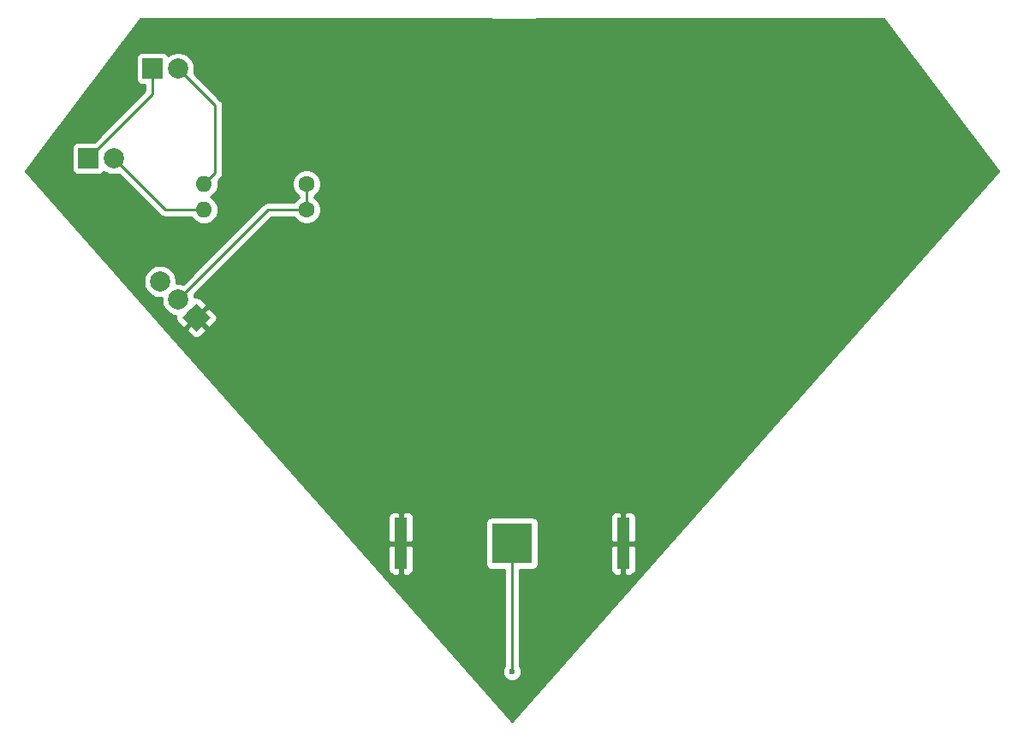
<source format=gtl>
G04 #@! TF.GenerationSoftware,KiCad,Pcbnew,(5.1.2)-1*
G04 #@! TF.CreationDate,2019-06-22T12:29:30-06:00*
G04 #@! TF.ProjectId,superhashtagpcb,73757065-7268-4617-9368-746167706362,rev?*
G04 #@! TF.SameCoordinates,Original*
G04 #@! TF.FileFunction,Copper,L1,Top*
G04 #@! TF.FilePolarity,Positive*
%FSLAX46Y46*%
G04 Gerber Fmt 4.6, Leading zero omitted, Abs format (unit mm)*
G04 Created by KiCad (PCBNEW (5.1.2)-1) date 2019-06-22 12:29:30*
%MOMM*%
%LPD*%
G04 APERTURE LIST*
%ADD10R,1.270000X5.080000*%
%ADD11R,3.960000X3.960000*%
%ADD12R,2.000000X2.000000*%
%ADD13C,2.000000*%
%ADD14C,1.600000*%
%ADD15O,1.600000X1.600000*%
%ADD16C,0.100000*%
%ADD17C,0.600000*%
%ADD18C,0.250000*%
%ADD19C,0.254000*%
G04 APERTURE END LIST*
D10*
X160845000Y-132080000D03*
X138875000Y-132080000D03*
D11*
X149860000Y-132080000D03*
D12*
X114300000Y-85090000D03*
D13*
X116840000Y-85090000D03*
D12*
X107950000Y-93980000D03*
D13*
X110490000Y-93980000D03*
D14*
X129540000Y-96520000D03*
D15*
X119380000Y-96520000D03*
D14*
X129540000Y-99060000D03*
D15*
X119380000Y-99060000D03*
D13*
X115043949Y-106153949D03*
X116840000Y-107950000D03*
X118636051Y-109746051D03*
D16*
G36*
X120050265Y-109746051D02*
G01*
X118636051Y-111160265D01*
X117221837Y-109746051D01*
X118636051Y-108331837D01*
X120050265Y-109746051D01*
X120050265Y-109746051D01*
G37*
D17*
X149860000Y-144780000D03*
D18*
X114300000Y-87630000D02*
X107950000Y-93980000D01*
X114300000Y-85090000D02*
X114300000Y-87630000D01*
X149860000Y-132080000D02*
X149860000Y-144780000D01*
X117839999Y-86089999D02*
X116840000Y-85090000D01*
X120505001Y-88755001D02*
X117839999Y-86089999D01*
X120505001Y-95394999D02*
X120505001Y-88755001D01*
X119380000Y-96520000D02*
X120505001Y-95394999D01*
X115570000Y-99060000D02*
X110490000Y-93980000D01*
X119380000Y-99060000D02*
X115570000Y-99060000D01*
X125730000Y-99060000D02*
X116840000Y-107950000D01*
X129540000Y-99060000D02*
X125730000Y-99060000D01*
X129540000Y-99060000D02*
X129540000Y-96520000D01*
D19*
G36*
X147659065Y-80181828D02*
G01*
X147686671Y-80191863D01*
X147690767Y-80192911D01*
X147694763Y-80194308D01*
X147723349Y-80201247D01*
X147864989Y-80237487D01*
X147895482Y-80245479D01*
X147897452Y-80245793D01*
X147899390Y-80246289D01*
X147930651Y-80251088D01*
X148010513Y-80263824D01*
X148011865Y-80264318D01*
X148077036Y-80274433D01*
X148108941Y-80279521D01*
X148110374Y-80279607D01*
X148111791Y-80279827D01*
X148144072Y-80281630D01*
X148209882Y-80285582D01*
X148211306Y-80285387D01*
X148275102Y-80288951D01*
X148294152Y-80290827D01*
X148308687Y-80290827D01*
X148323186Y-80291637D01*
X148342293Y-80290827D01*
X151658322Y-80290827D01*
X151677429Y-80291637D01*
X151691927Y-80290827D01*
X151706462Y-80290827D01*
X151725513Y-80288951D01*
X151789312Y-80285386D01*
X151790738Y-80285582D01*
X151856526Y-80281631D01*
X151888818Y-80279827D01*
X151890239Y-80279607D01*
X151891679Y-80279520D01*
X151923689Y-80274415D01*
X151988745Y-80264317D01*
X151990098Y-80263823D01*
X152070032Y-80251074D01*
X152101227Y-80246284D01*
X152103156Y-80245790D01*
X152105121Y-80245477D01*
X152135652Y-80237475D01*
X152277333Y-80201218D01*
X152305851Y-80194293D01*
X152309827Y-80192903D01*
X152313921Y-80191855D01*
X152341577Y-80181800D01*
X152469694Y-80137000D01*
X186626500Y-80137000D01*
X197956322Y-95243429D01*
X149860000Y-149668214D01*
X136561579Y-134620000D01*
X137601928Y-134620000D01*
X137614188Y-134744482D01*
X137650498Y-134864180D01*
X137709463Y-134974494D01*
X137788815Y-135071185D01*
X137885506Y-135150537D01*
X137995820Y-135209502D01*
X138115518Y-135245812D01*
X138240000Y-135258072D01*
X138589250Y-135255000D01*
X138748000Y-135096250D01*
X138748000Y-132207000D01*
X139002000Y-132207000D01*
X139002000Y-135096250D01*
X139160750Y-135255000D01*
X139510000Y-135258072D01*
X139634482Y-135245812D01*
X139754180Y-135209502D01*
X139864494Y-135150537D01*
X139961185Y-135071185D01*
X140040537Y-134974494D01*
X140099502Y-134864180D01*
X140135812Y-134744482D01*
X140148072Y-134620000D01*
X140145000Y-132365750D01*
X139986250Y-132207000D01*
X139002000Y-132207000D01*
X138748000Y-132207000D01*
X137763750Y-132207000D01*
X137605000Y-132365750D01*
X137601928Y-134620000D01*
X136561579Y-134620000D01*
X132072277Y-129540000D01*
X137601928Y-129540000D01*
X137605000Y-131794250D01*
X137763750Y-131953000D01*
X138748000Y-131953000D01*
X138748000Y-129063750D01*
X139002000Y-129063750D01*
X139002000Y-131953000D01*
X139986250Y-131953000D01*
X140145000Y-131794250D01*
X140147308Y-130100000D01*
X147241928Y-130100000D01*
X147241928Y-134060000D01*
X147254188Y-134184482D01*
X147290498Y-134304180D01*
X147349463Y-134414494D01*
X147428815Y-134511185D01*
X147525506Y-134590537D01*
X147635820Y-134649502D01*
X147755518Y-134685812D01*
X147880000Y-134698072D01*
X149100000Y-134698072D01*
X149100001Y-144234463D01*
X149031414Y-144337111D01*
X148960932Y-144507271D01*
X148925000Y-144687911D01*
X148925000Y-144872089D01*
X148960932Y-145052729D01*
X149031414Y-145222889D01*
X149133738Y-145376028D01*
X149263972Y-145506262D01*
X149417111Y-145608586D01*
X149587271Y-145679068D01*
X149767911Y-145715000D01*
X149952089Y-145715000D01*
X150132729Y-145679068D01*
X150302889Y-145608586D01*
X150456028Y-145506262D01*
X150586262Y-145376028D01*
X150688586Y-145222889D01*
X150759068Y-145052729D01*
X150795000Y-144872089D01*
X150795000Y-144687911D01*
X150759068Y-144507271D01*
X150688586Y-144337111D01*
X150620000Y-144234465D01*
X150620000Y-134698072D01*
X151840000Y-134698072D01*
X151964482Y-134685812D01*
X152084180Y-134649502D01*
X152139373Y-134620000D01*
X159571928Y-134620000D01*
X159584188Y-134744482D01*
X159620498Y-134864180D01*
X159679463Y-134974494D01*
X159758815Y-135071185D01*
X159855506Y-135150537D01*
X159965820Y-135209502D01*
X160085518Y-135245812D01*
X160210000Y-135258072D01*
X160559250Y-135255000D01*
X160718000Y-135096250D01*
X160718000Y-132207000D01*
X160972000Y-132207000D01*
X160972000Y-135096250D01*
X161130750Y-135255000D01*
X161480000Y-135258072D01*
X161604482Y-135245812D01*
X161724180Y-135209502D01*
X161834494Y-135150537D01*
X161931185Y-135071185D01*
X162010537Y-134974494D01*
X162069502Y-134864180D01*
X162105812Y-134744482D01*
X162118072Y-134620000D01*
X162115000Y-132365750D01*
X161956250Y-132207000D01*
X160972000Y-132207000D01*
X160718000Y-132207000D01*
X159733750Y-132207000D01*
X159575000Y-132365750D01*
X159571928Y-134620000D01*
X152139373Y-134620000D01*
X152194494Y-134590537D01*
X152291185Y-134511185D01*
X152370537Y-134414494D01*
X152429502Y-134304180D01*
X152465812Y-134184482D01*
X152478072Y-134060000D01*
X152478072Y-130100000D01*
X152465812Y-129975518D01*
X152429502Y-129855820D01*
X152370537Y-129745506D01*
X152291185Y-129648815D01*
X152194494Y-129569463D01*
X152139374Y-129540000D01*
X159571928Y-129540000D01*
X159575000Y-131794250D01*
X159733750Y-131953000D01*
X160718000Y-131953000D01*
X160718000Y-129063750D01*
X160972000Y-129063750D01*
X160972000Y-131953000D01*
X161956250Y-131953000D01*
X162115000Y-131794250D01*
X162118072Y-129540000D01*
X162105812Y-129415518D01*
X162069502Y-129295820D01*
X162010537Y-129185506D01*
X161931185Y-129088815D01*
X161834494Y-129009463D01*
X161724180Y-128950498D01*
X161604482Y-128914188D01*
X161480000Y-128901928D01*
X161130750Y-128905000D01*
X160972000Y-129063750D01*
X160718000Y-129063750D01*
X160559250Y-128905000D01*
X160210000Y-128901928D01*
X160085518Y-128914188D01*
X159965820Y-128950498D01*
X159855506Y-129009463D01*
X159758815Y-129088815D01*
X159679463Y-129185506D01*
X159620498Y-129295820D01*
X159584188Y-129415518D01*
X159571928Y-129540000D01*
X152139374Y-129540000D01*
X152084180Y-129510498D01*
X151964482Y-129474188D01*
X151840000Y-129461928D01*
X147880000Y-129461928D01*
X147755518Y-129474188D01*
X147635820Y-129510498D01*
X147525506Y-129569463D01*
X147428815Y-129648815D01*
X147349463Y-129745506D01*
X147290498Y-129855820D01*
X147254188Y-129975518D01*
X147241928Y-130100000D01*
X140147308Y-130100000D01*
X140148072Y-129540000D01*
X140135812Y-129415518D01*
X140099502Y-129295820D01*
X140040537Y-129185506D01*
X139961185Y-129088815D01*
X139864494Y-129009463D01*
X139754180Y-128950498D01*
X139634482Y-128914188D01*
X139510000Y-128901928D01*
X139160750Y-128905000D01*
X139002000Y-129063750D01*
X138748000Y-129063750D01*
X138589250Y-128905000D01*
X138240000Y-128901928D01*
X138115518Y-128914188D01*
X137995820Y-128950498D01*
X137885506Y-129009463D01*
X137788815Y-129088815D01*
X137709463Y-129185506D01*
X137650498Y-129295820D01*
X137614188Y-129415518D01*
X137601928Y-129540000D01*
X132072277Y-129540000D01*
X115581796Y-110879720D01*
X117681987Y-110879720D01*
X117681987Y-111104226D01*
X118184866Y-111611450D01*
X118281557Y-111690803D01*
X118391871Y-111749767D01*
X118511570Y-111786076D01*
X118636051Y-111798337D01*
X118760532Y-111786076D01*
X118880231Y-111749767D01*
X118990545Y-111690803D01*
X119087236Y-111611450D01*
X119590115Y-111104226D01*
X119590115Y-110879720D01*
X118636051Y-109925656D01*
X117681987Y-110879720D01*
X115581796Y-110879720D01*
X111263225Y-105992916D01*
X113408949Y-105992916D01*
X113408949Y-106314982D01*
X113471781Y-106630861D01*
X113595031Y-106928412D01*
X113773962Y-107196201D01*
X114001697Y-107423936D01*
X114269486Y-107602867D01*
X114567037Y-107726117D01*
X114882916Y-107788949D01*
X115204982Y-107788949D01*
X115205004Y-107788945D01*
X115205000Y-107788967D01*
X115205000Y-108111033D01*
X115267832Y-108426912D01*
X115391082Y-108724463D01*
X115570013Y-108992252D01*
X115797748Y-109219987D01*
X116065537Y-109398918D01*
X116363088Y-109522168D01*
X116611207Y-109571522D01*
X116596026Y-109621570D01*
X116583765Y-109746051D01*
X116596026Y-109870532D01*
X116632335Y-109990231D01*
X116691299Y-110100545D01*
X116770652Y-110197236D01*
X117277876Y-110700115D01*
X117502382Y-110700115D01*
X118456446Y-109746051D01*
X118815656Y-109746051D01*
X119769720Y-110700115D01*
X119994226Y-110700115D01*
X120501450Y-110197236D01*
X120580803Y-110100545D01*
X120639767Y-109990231D01*
X120676076Y-109870532D01*
X120688337Y-109746051D01*
X120676076Y-109621570D01*
X120639767Y-109501871D01*
X120580803Y-109391557D01*
X120501450Y-109294866D01*
X119994226Y-108791987D01*
X119769720Y-108791987D01*
X118815656Y-109746051D01*
X118456446Y-109746051D01*
X118442304Y-109731909D01*
X118621909Y-109552304D01*
X118636051Y-109566446D01*
X119590115Y-108612382D01*
X119590115Y-108387876D01*
X119087236Y-107880652D01*
X118990545Y-107801299D01*
X118880231Y-107742335D01*
X118760532Y-107706026D01*
X118636051Y-107693765D01*
X118511570Y-107706026D01*
X118461522Y-107721207D01*
X118412168Y-107473088D01*
X118406177Y-107458624D01*
X126044802Y-99820000D01*
X128321957Y-99820000D01*
X128425363Y-99974759D01*
X128625241Y-100174637D01*
X128860273Y-100331680D01*
X129121426Y-100439853D01*
X129398665Y-100495000D01*
X129681335Y-100495000D01*
X129958574Y-100439853D01*
X130219727Y-100331680D01*
X130454759Y-100174637D01*
X130654637Y-99974759D01*
X130811680Y-99739727D01*
X130919853Y-99478574D01*
X130975000Y-99201335D01*
X130975000Y-98918665D01*
X130919853Y-98641426D01*
X130811680Y-98380273D01*
X130654637Y-98145241D01*
X130454759Y-97945363D01*
X130300000Y-97841957D01*
X130300000Y-97738043D01*
X130454759Y-97634637D01*
X130654637Y-97434759D01*
X130811680Y-97199727D01*
X130919853Y-96938574D01*
X130975000Y-96661335D01*
X130975000Y-96378665D01*
X130919853Y-96101426D01*
X130811680Y-95840273D01*
X130654637Y-95605241D01*
X130454759Y-95405363D01*
X130219727Y-95248320D01*
X129958574Y-95140147D01*
X129681335Y-95085000D01*
X129398665Y-95085000D01*
X129121426Y-95140147D01*
X128860273Y-95248320D01*
X128625241Y-95405363D01*
X128425363Y-95605241D01*
X128268320Y-95840273D01*
X128160147Y-96101426D01*
X128105000Y-96378665D01*
X128105000Y-96661335D01*
X128160147Y-96938574D01*
X128268320Y-97199727D01*
X128425363Y-97434759D01*
X128625241Y-97634637D01*
X128780001Y-97738044D01*
X128780000Y-97841956D01*
X128625241Y-97945363D01*
X128425363Y-98145241D01*
X128321957Y-98300000D01*
X125767333Y-98300000D01*
X125730000Y-98296323D01*
X125692667Y-98300000D01*
X125581014Y-98310997D01*
X125437753Y-98354454D01*
X125305724Y-98425026D01*
X125189999Y-98519999D01*
X125166201Y-98548997D01*
X117331376Y-106383823D01*
X117316912Y-106377832D01*
X117001033Y-106315000D01*
X116678967Y-106315000D01*
X116678945Y-106315004D01*
X116678949Y-106314982D01*
X116678949Y-105992916D01*
X116616117Y-105677037D01*
X116492867Y-105379486D01*
X116313936Y-105111697D01*
X116086201Y-104883962D01*
X115818412Y-104705031D01*
X115520861Y-104581781D01*
X115204982Y-104518949D01*
X114882916Y-104518949D01*
X114567037Y-104581781D01*
X114269486Y-104705031D01*
X114001697Y-104883962D01*
X113773962Y-105111697D01*
X113595031Y-105379486D01*
X113471781Y-105677037D01*
X113408949Y-105992916D01*
X111263225Y-105992916D01*
X101763678Y-95243429D01*
X103461249Y-92980000D01*
X106311928Y-92980000D01*
X106311928Y-94980000D01*
X106324188Y-95104482D01*
X106360498Y-95224180D01*
X106419463Y-95334494D01*
X106498815Y-95431185D01*
X106595506Y-95510537D01*
X106705820Y-95569502D01*
X106825518Y-95605812D01*
X106950000Y-95618072D01*
X108950000Y-95618072D01*
X109074482Y-95605812D01*
X109194180Y-95569502D01*
X109304494Y-95510537D01*
X109401185Y-95431185D01*
X109480537Y-95334494D01*
X109505191Y-95288370D01*
X109715537Y-95428918D01*
X110013088Y-95552168D01*
X110328967Y-95615000D01*
X110651033Y-95615000D01*
X110966912Y-95552168D01*
X110981376Y-95546177D01*
X115006201Y-99571003D01*
X115029999Y-99600001D01*
X115058997Y-99623799D01*
X115145723Y-99694974D01*
X115277753Y-99765546D01*
X115421014Y-99809003D01*
X115532667Y-99820000D01*
X115532677Y-99820000D01*
X115570000Y-99823676D01*
X115607323Y-99820000D01*
X118159099Y-99820000D01*
X118181068Y-99861101D01*
X118360392Y-100079608D01*
X118578899Y-100258932D01*
X118828192Y-100392182D01*
X119098691Y-100474236D01*
X119309508Y-100495000D01*
X119450492Y-100495000D01*
X119661309Y-100474236D01*
X119931808Y-100392182D01*
X120181101Y-100258932D01*
X120399608Y-100079608D01*
X120578932Y-99861101D01*
X120712182Y-99611808D01*
X120794236Y-99341309D01*
X120821943Y-99060000D01*
X120794236Y-98778691D01*
X120712182Y-98508192D01*
X120578932Y-98258899D01*
X120399608Y-98040392D01*
X120181101Y-97861068D01*
X120048142Y-97790000D01*
X120181101Y-97718932D01*
X120399608Y-97539608D01*
X120578932Y-97321101D01*
X120712182Y-97071808D01*
X120794236Y-96801309D01*
X120821943Y-96520000D01*
X120794236Y-96238691D01*
X120780708Y-96194094D01*
X121016005Y-95958797D01*
X121045002Y-95935000D01*
X121139975Y-95819275D01*
X121210547Y-95687246D01*
X121254004Y-95543985D01*
X121265001Y-95432332D01*
X121265001Y-95432324D01*
X121268677Y-95394999D01*
X121265001Y-95357674D01*
X121265001Y-88792324D01*
X121268677Y-88755001D01*
X121265001Y-88717678D01*
X121265001Y-88717668D01*
X121254004Y-88606015D01*
X121210547Y-88462754D01*
X121142552Y-88335546D01*
X121139975Y-88330724D01*
X121068800Y-88243998D01*
X121045002Y-88215000D01*
X121016004Y-88191202D01*
X118406177Y-85581376D01*
X118412168Y-85566912D01*
X118475000Y-85251033D01*
X118475000Y-84928967D01*
X118412168Y-84613088D01*
X118288918Y-84315537D01*
X118109987Y-84047748D01*
X117882252Y-83820013D01*
X117614463Y-83641082D01*
X117316912Y-83517832D01*
X117001033Y-83455000D01*
X116678967Y-83455000D01*
X116363088Y-83517832D01*
X116065537Y-83641082D01*
X115855191Y-83781630D01*
X115830537Y-83735506D01*
X115751185Y-83638815D01*
X115654494Y-83559463D01*
X115544180Y-83500498D01*
X115424482Y-83464188D01*
X115300000Y-83451928D01*
X113300000Y-83451928D01*
X113175518Y-83464188D01*
X113055820Y-83500498D01*
X112945506Y-83559463D01*
X112848815Y-83638815D01*
X112769463Y-83735506D01*
X112710498Y-83845820D01*
X112674188Y-83965518D01*
X112661928Y-84090000D01*
X112661928Y-86090000D01*
X112674188Y-86214482D01*
X112710498Y-86334180D01*
X112769463Y-86444494D01*
X112848815Y-86541185D01*
X112945506Y-86620537D01*
X113055820Y-86679502D01*
X113175518Y-86715812D01*
X113300000Y-86728072D01*
X113540001Y-86728072D01*
X113540001Y-87315197D01*
X108513271Y-92341928D01*
X106950000Y-92341928D01*
X106825518Y-92354188D01*
X106705820Y-92390498D01*
X106595506Y-92449463D01*
X106498815Y-92528815D01*
X106419463Y-92625506D01*
X106360498Y-92735820D01*
X106324188Y-92855518D01*
X106311928Y-92980000D01*
X103461249Y-92980000D01*
X113091738Y-80139349D01*
X113093545Y-80137000D01*
X147530842Y-80137000D01*
X147659065Y-80181828D01*
X147659065Y-80181828D01*
G37*
X147659065Y-80181828D02*
X147686671Y-80191863D01*
X147690767Y-80192911D01*
X147694763Y-80194308D01*
X147723349Y-80201247D01*
X147864989Y-80237487D01*
X147895482Y-80245479D01*
X147897452Y-80245793D01*
X147899390Y-80246289D01*
X147930651Y-80251088D01*
X148010513Y-80263824D01*
X148011865Y-80264318D01*
X148077036Y-80274433D01*
X148108941Y-80279521D01*
X148110374Y-80279607D01*
X148111791Y-80279827D01*
X148144072Y-80281630D01*
X148209882Y-80285582D01*
X148211306Y-80285387D01*
X148275102Y-80288951D01*
X148294152Y-80290827D01*
X148308687Y-80290827D01*
X148323186Y-80291637D01*
X148342293Y-80290827D01*
X151658322Y-80290827D01*
X151677429Y-80291637D01*
X151691927Y-80290827D01*
X151706462Y-80290827D01*
X151725513Y-80288951D01*
X151789312Y-80285386D01*
X151790738Y-80285582D01*
X151856526Y-80281631D01*
X151888818Y-80279827D01*
X151890239Y-80279607D01*
X151891679Y-80279520D01*
X151923689Y-80274415D01*
X151988745Y-80264317D01*
X151990098Y-80263823D01*
X152070032Y-80251074D01*
X152101227Y-80246284D01*
X152103156Y-80245790D01*
X152105121Y-80245477D01*
X152135652Y-80237475D01*
X152277333Y-80201218D01*
X152305851Y-80194293D01*
X152309827Y-80192903D01*
X152313921Y-80191855D01*
X152341577Y-80181800D01*
X152469694Y-80137000D01*
X186626500Y-80137000D01*
X197956322Y-95243429D01*
X149860000Y-149668214D01*
X136561579Y-134620000D01*
X137601928Y-134620000D01*
X137614188Y-134744482D01*
X137650498Y-134864180D01*
X137709463Y-134974494D01*
X137788815Y-135071185D01*
X137885506Y-135150537D01*
X137995820Y-135209502D01*
X138115518Y-135245812D01*
X138240000Y-135258072D01*
X138589250Y-135255000D01*
X138748000Y-135096250D01*
X138748000Y-132207000D01*
X139002000Y-132207000D01*
X139002000Y-135096250D01*
X139160750Y-135255000D01*
X139510000Y-135258072D01*
X139634482Y-135245812D01*
X139754180Y-135209502D01*
X139864494Y-135150537D01*
X139961185Y-135071185D01*
X140040537Y-134974494D01*
X140099502Y-134864180D01*
X140135812Y-134744482D01*
X140148072Y-134620000D01*
X140145000Y-132365750D01*
X139986250Y-132207000D01*
X139002000Y-132207000D01*
X138748000Y-132207000D01*
X137763750Y-132207000D01*
X137605000Y-132365750D01*
X137601928Y-134620000D01*
X136561579Y-134620000D01*
X132072277Y-129540000D01*
X137601928Y-129540000D01*
X137605000Y-131794250D01*
X137763750Y-131953000D01*
X138748000Y-131953000D01*
X138748000Y-129063750D01*
X139002000Y-129063750D01*
X139002000Y-131953000D01*
X139986250Y-131953000D01*
X140145000Y-131794250D01*
X140147308Y-130100000D01*
X147241928Y-130100000D01*
X147241928Y-134060000D01*
X147254188Y-134184482D01*
X147290498Y-134304180D01*
X147349463Y-134414494D01*
X147428815Y-134511185D01*
X147525506Y-134590537D01*
X147635820Y-134649502D01*
X147755518Y-134685812D01*
X147880000Y-134698072D01*
X149100000Y-134698072D01*
X149100001Y-144234463D01*
X149031414Y-144337111D01*
X148960932Y-144507271D01*
X148925000Y-144687911D01*
X148925000Y-144872089D01*
X148960932Y-145052729D01*
X149031414Y-145222889D01*
X149133738Y-145376028D01*
X149263972Y-145506262D01*
X149417111Y-145608586D01*
X149587271Y-145679068D01*
X149767911Y-145715000D01*
X149952089Y-145715000D01*
X150132729Y-145679068D01*
X150302889Y-145608586D01*
X150456028Y-145506262D01*
X150586262Y-145376028D01*
X150688586Y-145222889D01*
X150759068Y-145052729D01*
X150795000Y-144872089D01*
X150795000Y-144687911D01*
X150759068Y-144507271D01*
X150688586Y-144337111D01*
X150620000Y-144234465D01*
X150620000Y-134698072D01*
X151840000Y-134698072D01*
X151964482Y-134685812D01*
X152084180Y-134649502D01*
X152139373Y-134620000D01*
X159571928Y-134620000D01*
X159584188Y-134744482D01*
X159620498Y-134864180D01*
X159679463Y-134974494D01*
X159758815Y-135071185D01*
X159855506Y-135150537D01*
X159965820Y-135209502D01*
X160085518Y-135245812D01*
X160210000Y-135258072D01*
X160559250Y-135255000D01*
X160718000Y-135096250D01*
X160718000Y-132207000D01*
X160972000Y-132207000D01*
X160972000Y-135096250D01*
X161130750Y-135255000D01*
X161480000Y-135258072D01*
X161604482Y-135245812D01*
X161724180Y-135209502D01*
X161834494Y-135150537D01*
X161931185Y-135071185D01*
X162010537Y-134974494D01*
X162069502Y-134864180D01*
X162105812Y-134744482D01*
X162118072Y-134620000D01*
X162115000Y-132365750D01*
X161956250Y-132207000D01*
X160972000Y-132207000D01*
X160718000Y-132207000D01*
X159733750Y-132207000D01*
X159575000Y-132365750D01*
X159571928Y-134620000D01*
X152139373Y-134620000D01*
X152194494Y-134590537D01*
X152291185Y-134511185D01*
X152370537Y-134414494D01*
X152429502Y-134304180D01*
X152465812Y-134184482D01*
X152478072Y-134060000D01*
X152478072Y-130100000D01*
X152465812Y-129975518D01*
X152429502Y-129855820D01*
X152370537Y-129745506D01*
X152291185Y-129648815D01*
X152194494Y-129569463D01*
X152139374Y-129540000D01*
X159571928Y-129540000D01*
X159575000Y-131794250D01*
X159733750Y-131953000D01*
X160718000Y-131953000D01*
X160718000Y-129063750D01*
X160972000Y-129063750D01*
X160972000Y-131953000D01*
X161956250Y-131953000D01*
X162115000Y-131794250D01*
X162118072Y-129540000D01*
X162105812Y-129415518D01*
X162069502Y-129295820D01*
X162010537Y-129185506D01*
X161931185Y-129088815D01*
X161834494Y-129009463D01*
X161724180Y-128950498D01*
X161604482Y-128914188D01*
X161480000Y-128901928D01*
X161130750Y-128905000D01*
X160972000Y-129063750D01*
X160718000Y-129063750D01*
X160559250Y-128905000D01*
X160210000Y-128901928D01*
X160085518Y-128914188D01*
X159965820Y-128950498D01*
X159855506Y-129009463D01*
X159758815Y-129088815D01*
X159679463Y-129185506D01*
X159620498Y-129295820D01*
X159584188Y-129415518D01*
X159571928Y-129540000D01*
X152139374Y-129540000D01*
X152084180Y-129510498D01*
X151964482Y-129474188D01*
X151840000Y-129461928D01*
X147880000Y-129461928D01*
X147755518Y-129474188D01*
X147635820Y-129510498D01*
X147525506Y-129569463D01*
X147428815Y-129648815D01*
X147349463Y-129745506D01*
X147290498Y-129855820D01*
X147254188Y-129975518D01*
X147241928Y-130100000D01*
X140147308Y-130100000D01*
X140148072Y-129540000D01*
X140135812Y-129415518D01*
X140099502Y-129295820D01*
X140040537Y-129185506D01*
X139961185Y-129088815D01*
X139864494Y-129009463D01*
X139754180Y-128950498D01*
X139634482Y-128914188D01*
X139510000Y-128901928D01*
X139160750Y-128905000D01*
X139002000Y-129063750D01*
X138748000Y-129063750D01*
X138589250Y-128905000D01*
X138240000Y-128901928D01*
X138115518Y-128914188D01*
X137995820Y-128950498D01*
X137885506Y-129009463D01*
X137788815Y-129088815D01*
X137709463Y-129185506D01*
X137650498Y-129295820D01*
X137614188Y-129415518D01*
X137601928Y-129540000D01*
X132072277Y-129540000D01*
X115581796Y-110879720D01*
X117681987Y-110879720D01*
X117681987Y-111104226D01*
X118184866Y-111611450D01*
X118281557Y-111690803D01*
X118391871Y-111749767D01*
X118511570Y-111786076D01*
X118636051Y-111798337D01*
X118760532Y-111786076D01*
X118880231Y-111749767D01*
X118990545Y-111690803D01*
X119087236Y-111611450D01*
X119590115Y-111104226D01*
X119590115Y-110879720D01*
X118636051Y-109925656D01*
X117681987Y-110879720D01*
X115581796Y-110879720D01*
X111263225Y-105992916D01*
X113408949Y-105992916D01*
X113408949Y-106314982D01*
X113471781Y-106630861D01*
X113595031Y-106928412D01*
X113773962Y-107196201D01*
X114001697Y-107423936D01*
X114269486Y-107602867D01*
X114567037Y-107726117D01*
X114882916Y-107788949D01*
X115204982Y-107788949D01*
X115205004Y-107788945D01*
X115205000Y-107788967D01*
X115205000Y-108111033D01*
X115267832Y-108426912D01*
X115391082Y-108724463D01*
X115570013Y-108992252D01*
X115797748Y-109219987D01*
X116065537Y-109398918D01*
X116363088Y-109522168D01*
X116611207Y-109571522D01*
X116596026Y-109621570D01*
X116583765Y-109746051D01*
X116596026Y-109870532D01*
X116632335Y-109990231D01*
X116691299Y-110100545D01*
X116770652Y-110197236D01*
X117277876Y-110700115D01*
X117502382Y-110700115D01*
X118456446Y-109746051D01*
X118815656Y-109746051D01*
X119769720Y-110700115D01*
X119994226Y-110700115D01*
X120501450Y-110197236D01*
X120580803Y-110100545D01*
X120639767Y-109990231D01*
X120676076Y-109870532D01*
X120688337Y-109746051D01*
X120676076Y-109621570D01*
X120639767Y-109501871D01*
X120580803Y-109391557D01*
X120501450Y-109294866D01*
X119994226Y-108791987D01*
X119769720Y-108791987D01*
X118815656Y-109746051D01*
X118456446Y-109746051D01*
X118442304Y-109731909D01*
X118621909Y-109552304D01*
X118636051Y-109566446D01*
X119590115Y-108612382D01*
X119590115Y-108387876D01*
X119087236Y-107880652D01*
X118990545Y-107801299D01*
X118880231Y-107742335D01*
X118760532Y-107706026D01*
X118636051Y-107693765D01*
X118511570Y-107706026D01*
X118461522Y-107721207D01*
X118412168Y-107473088D01*
X118406177Y-107458624D01*
X126044802Y-99820000D01*
X128321957Y-99820000D01*
X128425363Y-99974759D01*
X128625241Y-100174637D01*
X128860273Y-100331680D01*
X129121426Y-100439853D01*
X129398665Y-100495000D01*
X129681335Y-100495000D01*
X129958574Y-100439853D01*
X130219727Y-100331680D01*
X130454759Y-100174637D01*
X130654637Y-99974759D01*
X130811680Y-99739727D01*
X130919853Y-99478574D01*
X130975000Y-99201335D01*
X130975000Y-98918665D01*
X130919853Y-98641426D01*
X130811680Y-98380273D01*
X130654637Y-98145241D01*
X130454759Y-97945363D01*
X130300000Y-97841957D01*
X130300000Y-97738043D01*
X130454759Y-97634637D01*
X130654637Y-97434759D01*
X130811680Y-97199727D01*
X130919853Y-96938574D01*
X130975000Y-96661335D01*
X130975000Y-96378665D01*
X130919853Y-96101426D01*
X130811680Y-95840273D01*
X130654637Y-95605241D01*
X130454759Y-95405363D01*
X130219727Y-95248320D01*
X129958574Y-95140147D01*
X129681335Y-95085000D01*
X129398665Y-95085000D01*
X129121426Y-95140147D01*
X128860273Y-95248320D01*
X128625241Y-95405363D01*
X128425363Y-95605241D01*
X128268320Y-95840273D01*
X128160147Y-96101426D01*
X128105000Y-96378665D01*
X128105000Y-96661335D01*
X128160147Y-96938574D01*
X128268320Y-97199727D01*
X128425363Y-97434759D01*
X128625241Y-97634637D01*
X128780001Y-97738044D01*
X128780000Y-97841956D01*
X128625241Y-97945363D01*
X128425363Y-98145241D01*
X128321957Y-98300000D01*
X125767333Y-98300000D01*
X125730000Y-98296323D01*
X125692667Y-98300000D01*
X125581014Y-98310997D01*
X125437753Y-98354454D01*
X125305724Y-98425026D01*
X125189999Y-98519999D01*
X125166201Y-98548997D01*
X117331376Y-106383823D01*
X117316912Y-106377832D01*
X117001033Y-106315000D01*
X116678967Y-106315000D01*
X116678945Y-106315004D01*
X116678949Y-106314982D01*
X116678949Y-105992916D01*
X116616117Y-105677037D01*
X116492867Y-105379486D01*
X116313936Y-105111697D01*
X116086201Y-104883962D01*
X115818412Y-104705031D01*
X115520861Y-104581781D01*
X115204982Y-104518949D01*
X114882916Y-104518949D01*
X114567037Y-104581781D01*
X114269486Y-104705031D01*
X114001697Y-104883962D01*
X113773962Y-105111697D01*
X113595031Y-105379486D01*
X113471781Y-105677037D01*
X113408949Y-105992916D01*
X111263225Y-105992916D01*
X101763678Y-95243429D01*
X103461249Y-92980000D01*
X106311928Y-92980000D01*
X106311928Y-94980000D01*
X106324188Y-95104482D01*
X106360498Y-95224180D01*
X106419463Y-95334494D01*
X106498815Y-95431185D01*
X106595506Y-95510537D01*
X106705820Y-95569502D01*
X106825518Y-95605812D01*
X106950000Y-95618072D01*
X108950000Y-95618072D01*
X109074482Y-95605812D01*
X109194180Y-95569502D01*
X109304494Y-95510537D01*
X109401185Y-95431185D01*
X109480537Y-95334494D01*
X109505191Y-95288370D01*
X109715537Y-95428918D01*
X110013088Y-95552168D01*
X110328967Y-95615000D01*
X110651033Y-95615000D01*
X110966912Y-95552168D01*
X110981376Y-95546177D01*
X115006201Y-99571003D01*
X115029999Y-99600001D01*
X115058997Y-99623799D01*
X115145723Y-99694974D01*
X115277753Y-99765546D01*
X115421014Y-99809003D01*
X115532667Y-99820000D01*
X115532677Y-99820000D01*
X115570000Y-99823676D01*
X115607323Y-99820000D01*
X118159099Y-99820000D01*
X118181068Y-99861101D01*
X118360392Y-100079608D01*
X118578899Y-100258932D01*
X118828192Y-100392182D01*
X119098691Y-100474236D01*
X119309508Y-100495000D01*
X119450492Y-100495000D01*
X119661309Y-100474236D01*
X119931808Y-100392182D01*
X120181101Y-100258932D01*
X120399608Y-100079608D01*
X120578932Y-99861101D01*
X120712182Y-99611808D01*
X120794236Y-99341309D01*
X120821943Y-99060000D01*
X120794236Y-98778691D01*
X120712182Y-98508192D01*
X120578932Y-98258899D01*
X120399608Y-98040392D01*
X120181101Y-97861068D01*
X120048142Y-97790000D01*
X120181101Y-97718932D01*
X120399608Y-97539608D01*
X120578932Y-97321101D01*
X120712182Y-97071808D01*
X120794236Y-96801309D01*
X120821943Y-96520000D01*
X120794236Y-96238691D01*
X120780708Y-96194094D01*
X121016005Y-95958797D01*
X121045002Y-95935000D01*
X121139975Y-95819275D01*
X121210547Y-95687246D01*
X121254004Y-95543985D01*
X121265001Y-95432332D01*
X121265001Y-95432324D01*
X121268677Y-95394999D01*
X121265001Y-95357674D01*
X121265001Y-88792324D01*
X121268677Y-88755001D01*
X121265001Y-88717678D01*
X121265001Y-88717668D01*
X121254004Y-88606015D01*
X121210547Y-88462754D01*
X121142552Y-88335546D01*
X121139975Y-88330724D01*
X121068800Y-88243998D01*
X121045002Y-88215000D01*
X121016004Y-88191202D01*
X118406177Y-85581376D01*
X118412168Y-85566912D01*
X118475000Y-85251033D01*
X118475000Y-84928967D01*
X118412168Y-84613088D01*
X118288918Y-84315537D01*
X118109987Y-84047748D01*
X117882252Y-83820013D01*
X117614463Y-83641082D01*
X117316912Y-83517832D01*
X117001033Y-83455000D01*
X116678967Y-83455000D01*
X116363088Y-83517832D01*
X116065537Y-83641082D01*
X115855191Y-83781630D01*
X115830537Y-83735506D01*
X115751185Y-83638815D01*
X115654494Y-83559463D01*
X115544180Y-83500498D01*
X115424482Y-83464188D01*
X115300000Y-83451928D01*
X113300000Y-83451928D01*
X113175518Y-83464188D01*
X113055820Y-83500498D01*
X112945506Y-83559463D01*
X112848815Y-83638815D01*
X112769463Y-83735506D01*
X112710498Y-83845820D01*
X112674188Y-83965518D01*
X112661928Y-84090000D01*
X112661928Y-86090000D01*
X112674188Y-86214482D01*
X112710498Y-86334180D01*
X112769463Y-86444494D01*
X112848815Y-86541185D01*
X112945506Y-86620537D01*
X113055820Y-86679502D01*
X113175518Y-86715812D01*
X113300000Y-86728072D01*
X113540001Y-86728072D01*
X113540001Y-87315197D01*
X108513271Y-92341928D01*
X106950000Y-92341928D01*
X106825518Y-92354188D01*
X106705820Y-92390498D01*
X106595506Y-92449463D01*
X106498815Y-92528815D01*
X106419463Y-92625506D01*
X106360498Y-92735820D01*
X106324188Y-92855518D01*
X106311928Y-92980000D01*
X103461249Y-92980000D01*
X113091738Y-80139349D01*
X113093545Y-80137000D01*
X147530842Y-80137000D01*
X147659065Y-80181828D01*
M02*

</source>
